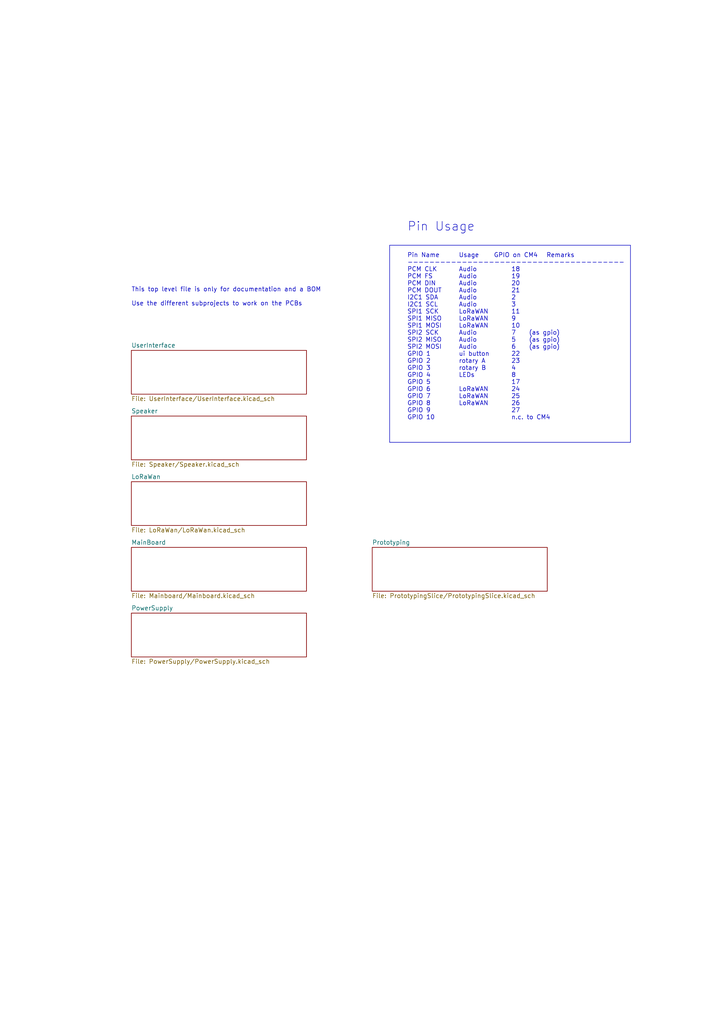
<source format=kicad_sch>
(kicad_sch (version 20230121) (generator eeschema)
  (paper "A4" portrait)
  (title_block (title "FreeSpeaker project overview") (date "2021-12-09") (rev "v1"))
  (lib_symbols)
  (polyline (pts (xy 113.03 128.27) (xy 182.88 128.27)))
  (polyline (pts (xy 113.03 71.12) (xy 113.03 72.39)))
  (polyline (pts (xy 113.03 72.39) (xy 113.03 128.27)))
  (polyline (pts (xy 182.88 71.12) (xy 113.03 71.12)))
  (polyline (pts (xy 182.88 128.27) (xy 182.88 71.12)))
  (text "Pin Usage" (at 118.11 67.31 0) (effects (font (size 2.54 2.54)) (justify left bottom)))
  (text "Pin Name	Usage	GPIO on CM4	Remarks\n----------------------------------------\nPCM CLK		Audio		18\nPCM FS		Audio		19\nPCM DIN		Audio		20\nPCM DOUT	Audio		21\nI2C1 SDA	Audio		2\nI2C1 SCL	Audio		3\nSPI1 SCK	LoRaWAN		11\nSPI1 MISO	LoRaWAN		9\nSPI1 MOSI	LoRaWAN		10\nSPI2 SCK	Audio		7	(as gpio)\nSPI2 MISO	Audio		5	(as gpio)\nSPI2 MOSI	Audio		6	(as gpio)\nGPIO 1		ui button	22\nGPIO 2		rotary A	23\nGPIO 3		rotary B	4\nGPIO 4		LEDs		8\nGPIO 5					17\nGPIO 6		LoRaWAN		24\nGPIO 7		LoRaWAN		25\nGPIO 8		LoRaWAN		26\nGPIO 9					27\nGPIO 10					n.c. to CM4\n" (at 118.11 121.92 0) (effects (font (size 1.27 1.27)) (justify left bottom)))
  (text "This top level file is only for documentation and a BOM\n\nUse the different subprojects to work on the PCBs" (at 38.1 88.9 0) (effects (font (size 1.27 1.27)) (justify left bottom)))
  (sheet (at 38.1 120.65) (size 50.8 12.7) (stroke (width 0.1524))
    (property "Sheetname" "Speaker" (at 38.1 119.9384 0) (effects (justify left bottom)))
    (property "Sheetfile" "Speaker/Speaker.kicad_sch" (at 38.1 133.9346 0) (effects (justify left top)))
  )
  (sheet (at 107.95 158.75) (size 50.8 12.7) (stroke (width 0.1524))
    (property "Sheetname" "Prototyping" (at 107.95 158.0384 0) (effects (justify left bottom)))
    (property "Sheetfile" "PrototypingSlice/PrototypingSlice.kicad_sch" (at 107.95 172.0346 0) (effects (justify left top)))
  )
  (sheet (at 38.1 139.7) (size 50.8 12.7) (stroke (width 0.1524))
    (property "Sheetname" "LoRaWan" (at 38.1 138.9884 0) (effects (justify left bottom)))
    (property "Sheetfile" "LoRaWan/LoRaWan.kicad_sch" (at 38.1 152.9846 0) (effects (justify left top)))
  )
  (sheet (at 38.1 101.6) (size 50.8 12.7) (stroke (width 0.1524))
    (property "Sheetname" "UserInterface" (at 38.1 100.8884 0) (effects (justify left bottom)))
    (property "Sheetfile" "UserInterface/UserInterface.kicad_sch" (at 38.1 114.8846 0) (effects (justify left top)))
  )
  (sheet (at 38.1 158.75) (size 50.8 12.7) (stroke (width 0.1524))
    (property "Sheetname" "MainBoard" (at 38.1 158.0384 0) (effects (justify left bottom)))
    (property "Sheetfile" "Mainboard/Mainboard.kicad_sch" (at 38.1 172.0346 0) (effects (justify left top)))
  )
  (sheet (at 38.1 177.8) (size 50.8 12.7) (stroke (width 0.1524))
    (property "Sheetname" "PowerSupply" (at 38.1 177.0884 0) (effects (justify left bottom)))
    (property "Sheetfile" "PowerSupply/PowerSupply.kicad_sch" (at 38.1 191.0846 0) (effects (justify left top)))
  )
)
</source>
